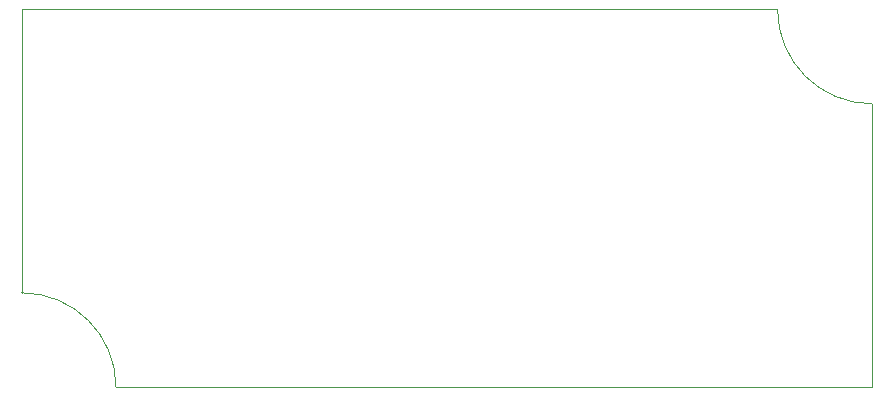
<source format=gm1>
G04 #@! TF.GenerationSoftware,KiCad,Pcbnew,5.1.10-88a1d61d58~90~ubuntu20.04.1*
G04 #@! TF.CreationDate,2021-10-27T23:57:33-06:00*
G04 #@! TF.ProjectId,Z680 Standalone Subwoofer,5a363830-2053-4746-916e-64616c6f6e65,rev?*
G04 #@! TF.SameCoordinates,Original*
G04 #@! TF.FileFunction,Profile,NP*
%FSLAX46Y46*%
G04 Gerber Fmt 4.6, Leading zero omitted, Abs format (unit mm)*
G04 Created by KiCad (PCBNEW 5.1.10-88a1d61d58~90~ubuntu20.04.1) date 2021-10-27 23:57:33*
%MOMM*%
%LPD*%
G01*
G04 APERTURE LIST*
G04 #@! TA.AperFunction,Profile*
%ADD10C,0.050000*%
G04 #@! TD*
G04 APERTURE END LIST*
D10*
X10000000Y-34000000D02*
G75*
G02*
X18000000Y-42000000I0J-8000000D01*
G01*
X82000000Y-18000000D02*
G75*
G02*
X74000000Y-10000000I0J8000000D01*
G01*
X10000000Y-34000000D02*
X10000000Y-10000000D01*
X82000000Y-42000000D02*
X18000000Y-42000000D01*
X82000000Y-18000000D02*
X82000000Y-42000000D01*
X10000000Y-10000000D02*
X74000000Y-10000000D01*
M02*

</source>
